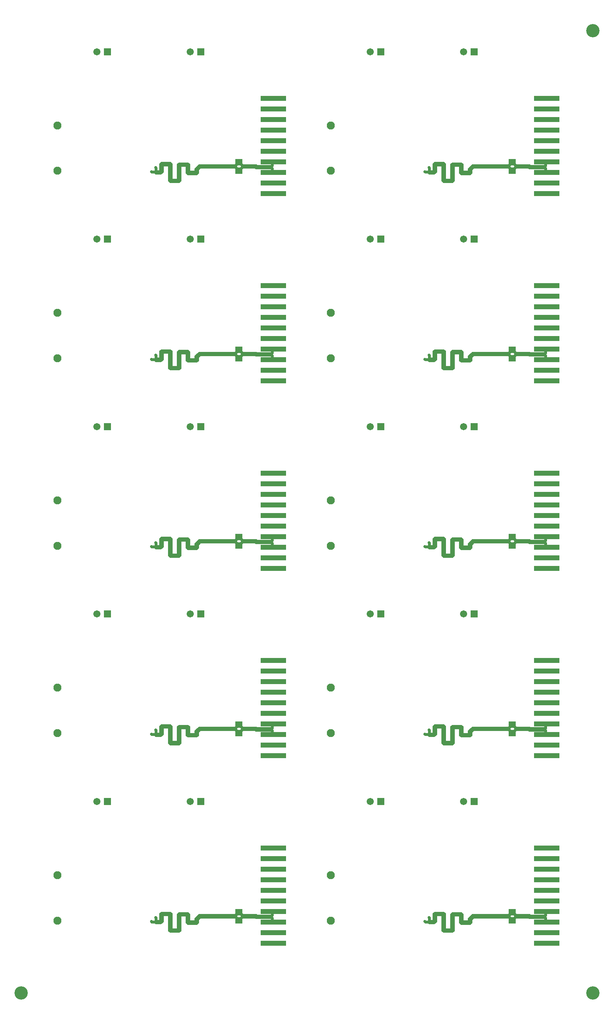
<source format=gbr>
%TF.GenerationSoftware,Altium Limited,Altium Designer,23.9.2 (47)*%
G04 Layer_Color=16711935*
%FSLAX45Y45*%
%MOMM*%
%TF.SameCoordinates,AD479AB8-1AF9-481E-9C01-A3E3F564F201*%
%TF.FilePolarity,Negative*%
%TF.FileFunction,Soldermask,Bot*%
%TF.Part,CustomerPanel*%
G01*
G75*
%TA.AperFunction,SMDPad,CuDef*%
%ADD34C,3.20320*%
%ADD35R,6.20320X1.20320*%
%ADD40R,1.70320X1.60320*%
%TA.AperFunction,Conductor*%
%ADD43C,0.64200*%
%TA.AperFunction,ComponentPad*%
%ADD45C,1.95320*%
%ADD46C,1.70320*%
%ADD47R,1.70320X1.70320*%
D34*
X20948286Y30797501D02*
D03*
Y7696200D02*
D03*
X7213600D02*
D03*
D35*
X13271500Y10160000D02*
D03*
Y9906000D02*
D03*
Y9652000D02*
D03*
Y9398000D02*
D03*
Y9144000D02*
D03*
Y8890000D02*
D03*
Y11176000D02*
D03*
Y10922000D02*
D03*
Y10668000D02*
D03*
Y10414000D02*
D03*
X19842101Y10160000D02*
D03*
Y9906000D02*
D03*
Y9652000D02*
D03*
Y9398000D02*
D03*
Y9144000D02*
D03*
Y8890000D02*
D03*
Y11176000D02*
D03*
Y10922000D02*
D03*
Y10668000D02*
D03*
Y10414000D02*
D03*
X13271500Y14660500D02*
D03*
Y14406500D02*
D03*
Y14152499D02*
D03*
Y13898500D02*
D03*
Y13644501D02*
D03*
Y13390500D02*
D03*
Y15676500D02*
D03*
Y15422501D02*
D03*
Y15168500D02*
D03*
Y14914500D02*
D03*
X19842101Y14660500D02*
D03*
Y14406500D02*
D03*
Y14152499D02*
D03*
Y13898500D02*
D03*
Y13644501D02*
D03*
Y13390500D02*
D03*
Y15676500D02*
D03*
Y15422501D02*
D03*
Y15168500D02*
D03*
Y14914500D02*
D03*
X13271500Y19161000D02*
D03*
Y18907001D02*
D03*
Y18653000D02*
D03*
Y18399001D02*
D03*
Y18145000D02*
D03*
Y17891000D02*
D03*
Y20177000D02*
D03*
Y19923000D02*
D03*
Y19669000D02*
D03*
Y19414999D02*
D03*
X19842101Y19161000D02*
D03*
Y18907001D02*
D03*
Y18653000D02*
D03*
Y18399001D02*
D03*
Y18145000D02*
D03*
Y17891000D02*
D03*
Y20177000D02*
D03*
Y19923000D02*
D03*
Y19669000D02*
D03*
Y19414999D02*
D03*
X13271500Y23661501D02*
D03*
Y23407500D02*
D03*
Y23153500D02*
D03*
Y22899500D02*
D03*
Y22645500D02*
D03*
Y22391499D02*
D03*
Y24677499D02*
D03*
Y24423500D02*
D03*
Y24169501D02*
D03*
Y23915500D02*
D03*
X19842101Y23661501D02*
D03*
Y23407500D02*
D03*
Y23153500D02*
D03*
Y22899500D02*
D03*
Y22645500D02*
D03*
Y22391499D02*
D03*
Y24677499D02*
D03*
Y24423500D02*
D03*
Y24169501D02*
D03*
Y23915500D02*
D03*
X13271500Y28162000D02*
D03*
Y27907999D02*
D03*
Y27654001D02*
D03*
Y27400000D02*
D03*
Y27145999D02*
D03*
Y26892001D02*
D03*
Y29178000D02*
D03*
Y28923999D02*
D03*
Y28670001D02*
D03*
Y28416000D02*
D03*
X19842101Y28162000D02*
D03*
Y27907999D02*
D03*
Y27654001D02*
D03*
Y27400000D02*
D03*
Y27145999D02*
D03*
Y26892001D02*
D03*
Y29178000D02*
D03*
Y28923999D02*
D03*
Y28670001D02*
D03*
Y28416000D02*
D03*
D40*
X12446000Y9637700D02*
D03*
Y9437700D02*
D03*
X19016600Y9637700D02*
D03*
Y9437700D02*
D03*
X12446000Y14138200D02*
D03*
Y13938200D02*
D03*
X19016600Y14138200D02*
D03*
Y13938200D02*
D03*
X12446000Y18638699D02*
D03*
Y18438699D02*
D03*
X19016600Y18638699D02*
D03*
Y18438699D02*
D03*
X12446000Y23139200D02*
D03*
Y22939200D02*
D03*
X19016600Y23139200D02*
D03*
Y22939200D02*
D03*
X12446000Y27639700D02*
D03*
Y27439700D02*
D03*
X19016600Y27639700D02*
D03*
Y27439700D02*
D03*
D43*
X11510065Y9519250D02*
X11569700D01*
X11449886Y9459072D02*
X11510065Y9519250D01*
X11449886Y9387086D02*
Y9459072D01*
X11428271Y9365470D02*
X11449886Y9387086D01*
X11222701Y9365470D02*
X11428271D01*
X11201086Y9387086D02*
X11222701Y9365470D01*
X11201086Y9387086D02*
Y9562425D01*
X11026086D02*
X11201086D01*
X11026086Y9197896D02*
Y9562425D01*
X11004470Y9176280D02*
X11026086Y9197896D01*
X10798901Y9176280D02*
X11004470D01*
X10777285Y9197896D02*
X10798901Y9176280D01*
X10777285Y9197896D02*
Y9576281D01*
X10602285D02*
X10777285D01*
X10602285Y9412072D02*
Y9576281D01*
X10566493Y9376280D02*
X10602285Y9412072D01*
X10528300Y9376280D02*
X10566493D01*
X11494780Y9556150D02*
X11569700D01*
X11412986Y9474356D02*
X11494780Y9556150D01*
X11412986Y9402370D02*
Y9474356D01*
X11237986Y9402370D02*
X11412986D01*
X11237986D02*
Y9577710D01*
X11216370Y9599325D02*
X11237986Y9577710D01*
X11010801Y9599325D02*
X11216370D01*
X10989186Y9577710D02*
X11010801Y9599325D01*
X10989186Y9213180D02*
Y9577710D01*
X10814185Y9213180D02*
X10989186D01*
X10814185D02*
Y9591565D01*
X10792570Y9613181D02*
X10814185Y9591565D01*
X10587001Y9613181D02*
X10792570D01*
X10565385Y9591565D02*
X10587001Y9613181D01*
X10565385Y9427356D02*
Y9591565D01*
X10551209Y9413181D02*
X10565385Y9427356D01*
X10528300Y9413181D02*
X10551209D01*
X11569700Y9519250D02*
X12368924D01*
X10452160Y9376280D02*
X10528300D01*
X11569700Y9556150D02*
X12368924D01*
X10467444Y9413181D02*
X10528300D01*
X12383100Y9495600D02*
X12441000Y9437700D01*
X12383100Y9495600D02*
Y9505074D01*
X12368924Y9519250D02*
X12383100Y9505074D01*
X12441000Y9437700D02*
X12446000D01*
X10344709Y9411536D02*
X10354980Y9401264D01*
X10427176D01*
X10452160Y9376280D01*
X12441000Y9637700D02*
X12446000D01*
X12383100Y9579800D02*
X12441000Y9637700D01*
X12383100Y9570326D02*
Y9579800D01*
X12368924Y9556150D02*
X12383100Y9570326D01*
X10442997Y9509824D02*
X10453268Y9499552D01*
Y9427357D02*
Y9499552D01*
Y9427357D02*
X10467444Y9413181D01*
X12842867Y9519250D02*
X12855566Y9506550D01*
X12451000Y9437700D02*
X12508900Y9495600D01*
Y9505074D01*
X12523076Y9519250D02*
X12842867D01*
X13246100Y9626600D02*
X13271500Y9652000D01*
X12508900Y9505074D02*
X12523076Y9519250D01*
X12855566Y9506550D02*
X13231924D01*
X13246100Y9492374D01*
X12508900Y9570326D02*
Y9579800D01*
Y9570326D02*
X12523076Y9556150D01*
X12858150D02*
X12870850Y9543450D01*
X12523076Y9556150D02*
X12858150D01*
X13246100Y9423400D02*
X13271500Y9398000D01*
X13246100Y9557626D02*
Y9626600D01*
X12446000Y9637700D02*
X12451000D01*
X12508900Y9579800D01*
X12446000Y9437700D02*
X12451000D01*
X13231924Y9543450D02*
X13246100Y9557626D01*
X12870850Y9543450D02*
X13231924D01*
X13246100Y9423400D02*
Y9492374D01*
X18080666Y9519250D02*
X18140300D01*
X18020486Y9459072D02*
X18080666Y9519250D01*
X18020486Y9387086D02*
Y9459072D01*
X17998871Y9365470D02*
X18020486Y9387086D01*
X17793301Y9365470D02*
X17998871D01*
X17771686Y9387086D02*
X17793301Y9365470D01*
X17771686Y9387086D02*
Y9562425D01*
X17596686D02*
X17771686D01*
X17596686Y9197896D02*
Y9562425D01*
X17575070Y9176280D02*
X17596686Y9197896D01*
X17369501Y9176280D02*
X17575070D01*
X17347885Y9197896D02*
X17369501Y9176280D01*
X17347885Y9197896D02*
Y9576281D01*
X17172885D02*
X17347885D01*
X17172885Y9412072D02*
Y9576281D01*
X17137093Y9376280D02*
X17172885Y9412072D01*
X17098900Y9376280D02*
X17137093D01*
X18065379Y9556150D02*
X18140300D01*
X17983586Y9474356D02*
X18065379Y9556150D01*
X17983586Y9402370D02*
Y9474356D01*
X17808586Y9402370D02*
X17983586D01*
X17808586D02*
Y9577710D01*
X17786971Y9599325D02*
X17808586Y9577710D01*
X17581401Y9599325D02*
X17786971D01*
X17559785Y9577710D02*
X17581401Y9599325D01*
X17559785Y9213180D02*
Y9577710D01*
X17384785Y9213180D02*
X17559785D01*
X17384785D02*
Y9591565D01*
X17363170Y9613181D02*
X17384785Y9591565D01*
X17157600Y9613181D02*
X17363170D01*
X17135985Y9591565D02*
X17157600Y9613181D01*
X17135985Y9427356D02*
Y9591565D01*
X17121809Y9413181D02*
X17135985Y9427356D01*
X17098900Y9413181D02*
X17121809D01*
X18140300Y9519250D02*
X18939523D01*
X17022760Y9376280D02*
X17098900D01*
X18140300Y9556150D02*
X18939523D01*
X17038045Y9413181D02*
X17098900D01*
X18953700Y9495600D02*
X19011600Y9437700D01*
X18953700Y9495600D02*
Y9505074D01*
X18939523Y9519250D02*
X18953700Y9505074D01*
X19011600Y9437700D02*
X19016600D01*
X16915309Y9411536D02*
X16925580Y9401264D01*
X16997775D01*
X17022760Y9376280D01*
X19011600Y9637700D02*
X19016600D01*
X18953700Y9579800D02*
X19011600Y9637700D01*
X18953700Y9570326D02*
Y9579800D01*
X18939523Y9556150D02*
X18953700Y9570326D01*
X17013597Y9509824D02*
X17023868Y9499552D01*
Y9427357D02*
Y9499552D01*
Y9427357D02*
X17038045Y9413181D01*
X19413466Y9519250D02*
X19426166Y9506550D01*
X19021600Y9437700D02*
X19079500Y9495600D01*
Y9505074D01*
X19093677Y9519250D02*
X19413466D01*
X19816701Y9626600D02*
X19842101Y9652000D01*
X19079500Y9505074D02*
X19093677Y9519250D01*
X19426166Y9506550D02*
X19802524D01*
X19816701Y9492374D01*
X19079500Y9570326D02*
Y9579800D01*
Y9570326D02*
X19093677Y9556150D01*
X19428751D02*
X19441451Y9543450D01*
X19093677Y9556150D02*
X19428751D01*
X19816701Y9423400D02*
X19842101Y9398000D01*
X19816701Y9557626D02*
Y9626600D01*
X19016600Y9637700D02*
X19021600D01*
X19079500Y9579800D01*
X19016600Y9437700D02*
X19021600D01*
X19802524Y9543450D02*
X19816701Y9557626D01*
X19441451Y9543450D02*
X19802524D01*
X19816701Y9423400D02*
Y9492374D01*
X11510065Y14019749D02*
X11569700D01*
X11449886Y13959572D02*
X11510065Y14019749D01*
X11449886Y13887585D02*
Y13959572D01*
X11428271Y13865970D02*
X11449886Y13887585D01*
X11222701Y13865970D02*
X11428271D01*
X11201086Y13887585D02*
X11222701Y13865970D01*
X11201086Y13887585D02*
Y14062926D01*
X11026086D02*
X11201086D01*
X11026086Y13698396D02*
Y14062926D01*
X11004470Y13676781D02*
X11026086Y13698396D01*
X10798901Y13676781D02*
X11004470D01*
X10777285Y13698396D02*
X10798901Y13676781D01*
X10777285Y13698396D02*
Y14076781D01*
X10602285D02*
X10777285D01*
X10602285Y13912572D02*
Y14076781D01*
X10566493Y13876781D02*
X10602285Y13912572D01*
X10528300Y13876781D02*
X10566493D01*
X11494780Y14056650D02*
X11569700D01*
X11412986Y13974857D02*
X11494780Y14056650D01*
X11412986Y13902870D02*
Y13974857D01*
X11237986Y13902870D02*
X11412986D01*
X11237986D02*
Y14078210D01*
X11216370Y14099825D02*
X11237986Y14078210D01*
X11010801Y14099825D02*
X11216370D01*
X10989186Y14078210D02*
X11010801Y14099825D01*
X10989186Y13713680D02*
Y14078210D01*
X10814185Y13713680D02*
X10989186D01*
X10814185D02*
Y14092065D01*
X10792570Y14113681D02*
X10814185Y14092065D01*
X10587001Y14113681D02*
X10792570D01*
X10565385Y14092065D02*
X10587001Y14113681D01*
X10565385Y13927856D02*
Y14092065D01*
X10551209Y13913681D02*
X10565385Y13927856D01*
X10528300Y13913681D02*
X10551209D01*
X11569700Y14019749D02*
X12368924D01*
X10452160Y13876781D02*
X10528300D01*
X11569700Y14056650D02*
X12368924D01*
X10467444Y13913681D02*
X10528300D01*
X12383100Y13996100D02*
X12441000Y13938200D01*
X12383100Y13996100D02*
Y14005574D01*
X12368924Y14019749D02*
X12383100Y14005574D01*
X12441000Y13938200D02*
X12446000D01*
X10344709Y13912036D02*
X10354980Y13901764D01*
X10427176D01*
X10452160Y13876781D01*
X12441000Y14138200D02*
X12446000D01*
X12383100Y14080299D02*
X12441000Y14138200D01*
X12383100Y14070827D02*
Y14080299D01*
X12368924Y14056650D02*
X12383100Y14070827D01*
X10442997Y14010324D02*
X10453268Y14000052D01*
Y13927856D02*
Y14000052D01*
Y13927856D02*
X10467444Y13913681D01*
X12842867Y14019749D02*
X12855566Y14007050D01*
X12451000Y13938200D02*
X12508900Y13996100D01*
Y14005574D01*
X12523076Y14019749D02*
X12842867D01*
X13246100Y14127100D02*
X13271500Y14152499D01*
X12508900Y14005574D02*
X12523076Y14019749D01*
X12855566Y14007050D02*
X13231924D01*
X13246100Y13992874D01*
X12508900Y14070827D02*
Y14080299D01*
Y14070827D02*
X12523076Y14056650D01*
X12858150D02*
X12870850Y14043950D01*
X12523076Y14056650D02*
X12858150D01*
X13246100Y13923900D02*
X13271500Y13898500D01*
X13246100Y14058125D02*
Y14127100D01*
X12446000Y14138200D02*
X12451000D01*
X12508900Y14080299D01*
X12446000Y13938200D02*
X12451000D01*
X13231924Y14043950D02*
X13246100Y14058125D01*
X12870850Y14043950D02*
X13231924D01*
X13246100Y13923900D02*
Y13992874D01*
X18080666Y14019749D02*
X18140300D01*
X18020486Y13959572D02*
X18080666Y14019749D01*
X18020486Y13887585D02*
Y13959572D01*
X17998871Y13865970D02*
X18020486Y13887585D01*
X17793301Y13865970D02*
X17998871D01*
X17771686Y13887585D02*
X17793301Y13865970D01*
X17771686Y13887585D02*
Y14062926D01*
X17596686D02*
X17771686D01*
X17596686Y13698396D02*
Y14062926D01*
X17575070Y13676781D02*
X17596686Y13698396D01*
X17369501Y13676781D02*
X17575070D01*
X17347885Y13698396D02*
X17369501Y13676781D01*
X17347885Y13698396D02*
Y14076781D01*
X17172885D02*
X17347885D01*
X17172885Y13912572D02*
Y14076781D01*
X17137093Y13876781D02*
X17172885Y13912572D01*
X17098900Y13876781D02*
X17137093D01*
X18065379Y14056650D02*
X18140300D01*
X17983586Y13974857D02*
X18065379Y14056650D01*
X17983586Y13902870D02*
Y13974857D01*
X17808586Y13902870D02*
X17983586D01*
X17808586D02*
Y14078210D01*
X17786971Y14099825D02*
X17808586Y14078210D01*
X17581401Y14099825D02*
X17786971D01*
X17559785Y14078210D02*
X17581401Y14099825D01*
X17559785Y13713680D02*
Y14078210D01*
X17384785Y13713680D02*
X17559785D01*
X17384785D02*
Y14092065D01*
X17363170Y14113681D02*
X17384785Y14092065D01*
X17157600Y14113681D02*
X17363170D01*
X17135985Y14092065D02*
X17157600Y14113681D01*
X17135985Y13927856D02*
Y14092065D01*
X17121809Y13913681D02*
X17135985Y13927856D01*
X17098900Y13913681D02*
X17121809D01*
X18140300Y14019749D02*
X18939523D01*
X17022760Y13876781D02*
X17098900D01*
X18140300Y14056650D02*
X18939523D01*
X17038045Y13913681D02*
X17098900D01*
X18953700Y13996100D02*
X19011600Y13938200D01*
X18953700Y13996100D02*
Y14005574D01*
X18939523Y14019749D02*
X18953700Y14005574D01*
X19011600Y13938200D02*
X19016600D01*
X16915309Y13912036D02*
X16925580Y13901764D01*
X16997775D01*
X17022760Y13876781D01*
X19011600Y14138200D02*
X19016600D01*
X18953700Y14080299D02*
X19011600Y14138200D01*
X18953700Y14070827D02*
Y14080299D01*
X18939523Y14056650D02*
X18953700Y14070827D01*
X17013597Y14010324D02*
X17023868Y14000052D01*
Y13927856D02*
Y14000052D01*
Y13927856D02*
X17038045Y13913681D01*
X19413466Y14019749D02*
X19426166Y14007050D01*
X19021600Y13938200D02*
X19079500Y13996100D01*
Y14005574D01*
X19093677Y14019749D02*
X19413466D01*
X19816701Y14127100D02*
X19842101Y14152499D01*
X19079500Y14005574D02*
X19093677Y14019749D01*
X19426166Y14007050D02*
X19802524D01*
X19816701Y13992874D01*
X19079500Y14070827D02*
Y14080299D01*
Y14070827D02*
X19093677Y14056650D01*
X19428751D02*
X19441451Y14043950D01*
X19093677Y14056650D02*
X19428751D01*
X19816701Y13923900D02*
X19842101Y13898500D01*
X19816701Y14058125D02*
Y14127100D01*
X19016600Y14138200D02*
X19021600D01*
X19079500Y14080299D01*
X19016600Y13938200D02*
X19021600D01*
X19802524Y14043950D02*
X19816701Y14058125D01*
X19441451Y14043950D02*
X19802524D01*
X19816701Y13923900D02*
Y13992874D01*
X11510065Y18520250D02*
X11569700D01*
X11449886Y18460072D02*
X11510065Y18520250D01*
X11449886Y18388086D02*
Y18460072D01*
X11428271Y18366470D02*
X11449886Y18388086D01*
X11222701Y18366470D02*
X11428271D01*
X11201086Y18388086D02*
X11222701Y18366470D01*
X11201086Y18388086D02*
Y18563425D01*
X11026086D02*
X11201086D01*
X11026086Y18198895D02*
Y18563425D01*
X11004470Y18177280D02*
X11026086Y18198895D01*
X10798901Y18177280D02*
X11004470D01*
X10777285Y18198895D02*
X10798901Y18177280D01*
X10777285Y18198895D02*
Y18577281D01*
X10602285D02*
X10777285D01*
X10602285Y18413072D02*
Y18577281D01*
X10566493Y18377280D02*
X10602285Y18413072D01*
X10528300Y18377280D02*
X10566493D01*
X11494780Y18557150D02*
X11569700D01*
X11412986Y18475356D02*
X11494780Y18557150D01*
X11412986Y18403371D02*
Y18475356D01*
X11237986Y18403371D02*
X11412986D01*
X11237986D02*
Y18578709D01*
X11216370Y18600325D02*
X11237986Y18578709D01*
X11010801Y18600325D02*
X11216370D01*
X10989186Y18578709D02*
X11010801Y18600325D01*
X10989186Y18214180D02*
Y18578709D01*
X10814185Y18214180D02*
X10989186D01*
X10814185D02*
Y18592564D01*
X10792570Y18614182D02*
X10814185Y18592564D01*
X10587001Y18614182D02*
X10792570D01*
X10565385Y18592564D02*
X10587001Y18614182D01*
X10565385Y18428355D02*
Y18592564D01*
X10551209Y18414182D02*
X10565385Y18428355D01*
X10528300Y18414182D02*
X10551209D01*
X11569700Y18520250D02*
X12368924D01*
X10452160Y18377280D02*
X10528300D01*
X11569700Y18557150D02*
X12368924D01*
X10467444Y18414182D02*
X10528300D01*
X12383100Y18496600D02*
X12441000Y18438699D01*
X12383100Y18496600D02*
Y18506075D01*
X12368924Y18520250D02*
X12383100Y18506075D01*
X12441000Y18438699D02*
X12446000D01*
X10344709Y18412537D02*
X10354980Y18402264D01*
X10427176D01*
X10452160Y18377280D01*
X12441000Y18638699D02*
X12446000D01*
X12383100Y18580800D02*
X12441000Y18638699D01*
X12383100Y18571326D02*
Y18580800D01*
X12368924Y18557150D02*
X12383100Y18571326D01*
X10442997Y18510825D02*
X10453268Y18500552D01*
Y18428357D02*
Y18500552D01*
Y18428357D02*
X10467444Y18414182D01*
X12842867Y18520250D02*
X12855566Y18507550D01*
X12451000Y18438699D02*
X12508900Y18496600D01*
Y18506075D01*
X12523076Y18520250D02*
X12842867D01*
X13246100Y18627600D02*
X13271500Y18653000D01*
X12508900Y18506075D02*
X12523076Y18520250D01*
X12855566Y18507550D02*
X13231924D01*
X13246100Y18493375D01*
X12508900Y18571326D02*
Y18580800D01*
Y18571326D02*
X12523076Y18557150D01*
X12858150D02*
X12870850Y18544450D01*
X12523076Y18557150D02*
X12858150D01*
X13246100Y18424400D02*
X13271500Y18399001D01*
X13246100Y18558626D02*
Y18627600D01*
X12446000Y18638699D02*
X12451000D01*
X12508900Y18580800D01*
X12446000Y18438699D02*
X12451000D01*
X13231924Y18544450D02*
X13246100Y18558626D01*
X12870850Y18544450D02*
X13231924D01*
X13246100Y18424400D02*
Y18493375D01*
X18080666Y18520250D02*
X18140300D01*
X18020486Y18460072D02*
X18080666Y18520250D01*
X18020486Y18388086D02*
Y18460072D01*
X17998871Y18366470D02*
X18020486Y18388086D01*
X17793301Y18366470D02*
X17998871D01*
X17771686Y18388086D02*
X17793301Y18366470D01*
X17771686Y18388086D02*
Y18563425D01*
X17596686D02*
X17771686D01*
X17596686Y18198895D02*
Y18563425D01*
X17575070Y18177280D02*
X17596686Y18198895D01*
X17369501Y18177280D02*
X17575070D01*
X17347885Y18198895D02*
X17369501Y18177280D01*
X17347885Y18198895D02*
Y18577281D01*
X17172885D02*
X17347885D01*
X17172885Y18413072D02*
Y18577281D01*
X17137093Y18377280D02*
X17172885Y18413072D01*
X17098900Y18377280D02*
X17137093D01*
X18065379Y18557150D02*
X18140300D01*
X17983586Y18475356D02*
X18065379Y18557150D01*
X17983586Y18403371D02*
Y18475356D01*
X17808586Y18403371D02*
X17983586D01*
X17808586D02*
Y18578709D01*
X17786971Y18600325D02*
X17808586Y18578709D01*
X17581401Y18600325D02*
X17786971D01*
X17559785Y18578709D02*
X17581401Y18600325D01*
X17559785Y18214180D02*
Y18578709D01*
X17384785Y18214180D02*
X17559785D01*
X17384785D02*
Y18592564D01*
X17363170Y18614182D02*
X17384785Y18592564D01*
X17157600Y18614182D02*
X17363170D01*
X17135985Y18592564D02*
X17157600Y18614182D01*
X17135985Y18428355D02*
Y18592564D01*
X17121809Y18414182D02*
X17135985Y18428355D01*
X17098900Y18414182D02*
X17121809D01*
X18140300Y18520250D02*
X18939523D01*
X17022760Y18377280D02*
X17098900D01*
X18140300Y18557150D02*
X18939523D01*
X17038045Y18414182D02*
X17098900D01*
X18953700Y18496600D02*
X19011600Y18438699D01*
X18953700Y18496600D02*
Y18506075D01*
X18939523Y18520250D02*
X18953700Y18506075D01*
X19011600Y18438699D02*
X19016600D01*
X16915309Y18412537D02*
X16925580Y18402264D01*
X16997775D01*
X17022760Y18377280D01*
X19011600Y18638699D02*
X19016600D01*
X18953700Y18580800D02*
X19011600Y18638699D01*
X18953700Y18571326D02*
Y18580800D01*
X18939523Y18557150D02*
X18953700Y18571326D01*
X17013597Y18510825D02*
X17023868Y18500552D01*
Y18428357D02*
Y18500552D01*
Y18428357D02*
X17038045Y18414182D01*
X19413466Y18520250D02*
X19426166Y18507550D01*
X19021600Y18438699D02*
X19079500Y18496600D01*
Y18506075D01*
X19093677Y18520250D02*
X19413466D01*
X19816701Y18627600D02*
X19842101Y18653000D01*
X19079500Y18506075D02*
X19093677Y18520250D01*
X19426166Y18507550D02*
X19802524D01*
X19816701Y18493375D01*
X19079500Y18571326D02*
Y18580800D01*
Y18571326D02*
X19093677Y18557150D01*
X19428751D02*
X19441451Y18544450D01*
X19093677Y18557150D02*
X19428751D01*
X19816701Y18424400D02*
X19842101Y18399001D01*
X19816701Y18558626D02*
Y18627600D01*
X19016600Y18638699D02*
X19021600D01*
X19079500Y18580800D01*
X19016600Y18438699D02*
X19021600D01*
X19802524Y18544450D02*
X19816701Y18558626D01*
X19441451Y18544450D02*
X19802524D01*
X19816701Y18424400D02*
Y18493375D01*
X11510065Y23020750D02*
X11569700D01*
X11449886Y22960571D02*
X11510065Y23020750D01*
X11449886Y22888586D02*
Y22960571D01*
X11428271Y22866969D02*
X11449886Y22888586D01*
X11222701Y22866969D02*
X11428271D01*
X11201086Y22888586D02*
X11222701Y22866969D01*
X11201086Y22888586D02*
Y23063925D01*
X11026086D02*
X11201086D01*
X11026086Y22699396D02*
Y23063925D01*
X11004470Y22677780D02*
X11026086Y22699396D01*
X10798901Y22677780D02*
X11004470D01*
X10777285Y22699396D02*
X10798901Y22677780D01*
X10777285Y22699396D02*
Y23077782D01*
X10602285D02*
X10777285D01*
X10602285Y22913573D02*
Y23077782D01*
X10566493Y22877782D02*
X10602285Y22913573D01*
X10528300Y22877782D02*
X10566493D01*
X11494780Y23057651D02*
X11569700D01*
X11412986Y22975856D02*
X11494780Y23057651D01*
X11412986Y22903870D02*
Y22975856D01*
X11237986Y22903870D02*
X11412986D01*
X11237986D02*
Y23079210D01*
X11216370Y23100826D02*
X11237986Y23079210D01*
X11010801Y23100826D02*
X11216370D01*
X10989186Y23079210D02*
X11010801Y23100826D01*
X10989186Y22714680D02*
Y23079210D01*
X10814185Y22714680D02*
X10989186D01*
X10814185D02*
Y23093065D01*
X10792570Y23114680D02*
X10814185Y23093065D01*
X10587001Y23114680D02*
X10792570D01*
X10565385Y23093065D02*
X10587001Y23114680D01*
X10565385Y22928856D02*
Y23093065D01*
X10551209Y22914680D02*
X10565385Y22928856D01*
X10528300Y22914680D02*
X10551209D01*
X11569700Y23020750D02*
X12368924D01*
X10452160Y22877782D02*
X10528300D01*
X11569700Y23057651D02*
X12368924D01*
X10467444Y22914680D02*
X10528300D01*
X12383100Y22997099D02*
X12441000Y22939200D01*
X12383100Y22997099D02*
Y23006573D01*
X12368924Y23020750D02*
X12383100Y23006573D01*
X12441000Y22939200D02*
X12446000D01*
X10344709Y22913036D02*
X10354980Y22902763D01*
X10427176D01*
X10452160Y22877782D01*
X12441000Y23139200D02*
X12446000D01*
X12383100Y23081300D02*
X12441000Y23139200D01*
X12383100Y23071826D02*
Y23081300D01*
X12368924Y23057651D02*
X12383100Y23071826D01*
X10442997Y23011324D02*
X10453268Y23001051D01*
Y22928857D02*
Y23001051D01*
Y22928857D02*
X10467444Y22914680D01*
X12842867Y23020750D02*
X12855566Y23008051D01*
X12451000Y22939200D02*
X12508900Y22997099D01*
Y23006573D01*
X12523076Y23020750D02*
X12842867D01*
X13246100Y23128101D02*
X13271500Y23153500D01*
X12508900Y23006573D02*
X12523076Y23020750D01*
X12855566Y23008051D02*
X13231924D01*
X13246100Y22993874D01*
X12508900Y23071826D02*
Y23081300D01*
Y23071826D02*
X12523076Y23057651D01*
X12858150D02*
X12870850Y23044949D01*
X12523076Y23057651D02*
X12858150D01*
X13246100Y22924899D02*
X13271500Y22899500D01*
X13246100Y23059126D02*
Y23128101D01*
X12446000Y23139200D02*
X12451000D01*
X12508900Y23081300D01*
X12446000Y22939200D02*
X12451000D01*
X13231924Y23044949D02*
X13246100Y23059126D01*
X12870850Y23044949D02*
X13231924D01*
X13246100Y22924899D02*
Y22993874D01*
X18080666Y23020750D02*
X18140300D01*
X18020486Y22960571D02*
X18080666Y23020750D01*
X18020486Y22888586D02*
Y22960571D01*
X17998871Y22866969D02*
X18020486Y22888586D01*
X17793301Y22866969D02*
X17998871D01*
X17771686Y22888586D02*
X17793301Y22866969D01*
X17771686Y22888586D02*
Y23063925D01*
X17596686D02*
X17771686D01*
X17596686Y22699396D02*
Y23063925D01*
X17575070Y22677780D02*
X17596686Y22699396D01*
X17369501Y22677780D02*
X17575070D01*
X17347885Y22699396D02*
X17369501Y22677780D01*
X17347885Y22699396D02*
Y23077782D01*
X17172885D02*
X17347885D01*
X17172885Y22913573D02*
Y23077782D01*
X17137093Y22877782D02*
X17172885Y22913573D01*
X17098900Y22877782D02*
X17137093D01*
X18065379Y23057651D02*
X18140300D01*
X17983586Y22975856D02*
X18065379Y23057651D01*
X17983586Y22903870D02*
Y22975856D01*
X17808586Y22903870D02*
X17983586D01*
X17808586D02*
Y23079210D01*
X17786971Y23100826D02*
X17808586Y23079210D01*
X17581401Y23100826D02*
X17786971D01*
X17559785Y23079210D02*
X17581401Y23100826D01*
X17559785Y22714680D02*
Y23079210D01*
X17384785Y22714680D02*
X17559785D01*
X17384785D02*
Y23093065D01*
X17363170Y23114680D02*
X17384785Y23093065D01*
X17157600Y23114680D02*
X17363170D01*
X17135985Y23093065D02*
X17157600Y23114680D01*
X17135985Y22928856D02*
Y23093065D01*
X17121809Y22914680D02*
X17135985Y22928856D01*
X17098900Y22914680D02*
X17121809D01*
X18140300Y23020750D02*
X18939523D01*
X17022760Y22877782D02*
X17098900D01*
X18140300Y23057651D02*
X18939523D01*
X17038045Y22914680D02*
X17098900D01*
X18953700Y22997099D02*
X19011600Y22939200D01*
X18953700Y22997099D02*
Y23006573D01*
X18939523Y23020750D02*
X18953700Y23006573D01*
X19011600Y22939200D02*
X19016600D01*
X16915309Y22913036D02*
X16925580Y22902763D01*
X16997775D01*
X17022760Y22877782D01*
X19011600Y23139200D02*
X19016600D01*
X18953700Y23081300D02*
X19011600Y23139200D01*
X18953700Y23071826D02*
Y23081300D01*
X18939523Y23057651D02*
X18953700Y23071826D01*
X17013597Y23011324D02*
X17023868Y23001051D01*
Y22928857D02*
Y23001051D01*
Y22928857D02*
X17038045Y22914680D01*
X19413466Y23020750D02*
X19426166Y23008051D01*
X19021600Y22939200D02*
X19079500Y22997099D01*
Y23006573D01*
X19093677Y23020750D02*
X19413466D01*
X19816701Y23128101D02*
X19842101Y23153500D01*
X19079500Y23006573D02*
X19093677Y23020750D01*
X19426166Y23008051D02*
X19802524D01*
X19816701Y22993874D01*
X19079500Y23071826D02*
Y23081300D01*
Y23071826D02*
X19093677Y23057651D01*
X19428751D02*
X19441451Y23044949D01*
X19093677Y23057651D02*
X19428751D01*
X19816701Y22924899D02*
X19842101Y22899500D01*
X19816701Y23059126D02*
Y23128101D01*
X19016600Y23139200D02*
X19021600D01*
X19079500Y23081300D01*
X19016600Y22939200D02*
X19021600D01*
X19802524Y23044949D02*
X19816701Y23059126D01*
X19441451Y23044949D02*
X19802524D01*
X19816701Y22924899D02*
Y22993874D01*
X11510065Y27521249D02*
X11569700D01*
X11449886Y27461072D02*
X11510065Y27521249D01*
X11449886Y27389087D02*
Y27461072D01*
X11428271Y27367471D02*
X11449886Y27389087D01*
X11222701Y27367471D02*
X11428271D01*
X11201086Y27389087D02*
X11222701Y27367471D01*
X11201086Y27389087D02*
Y27564426D01*
X11026086D02*
X11201086D01*
X11026086Y27199896D02*
Y27564426D01*
X11004470Y27178281D02*
X11026086Y27199896D01*
X10798901Y27178281D02*
X11004470D01*
X10777285Y27199896D02*
X10798901Y27178281D01*
X10777285Y27199896D02*
Y27578281D01*
X10602285D02*
X10777285D01*
X10602285Y27414072D02*
Y27578281D01*
X10566493Y27378281D02*
X10602285Y27414072D01*
X10528300Y27378281D02*
X10566493D01*
X11494780Y27558151D02*
X11569700D01*
X11412986Y27476355D02*
X11494780Y27558151D01*
X11412986Y27404370D02*
Y27476355D01*
X11237986Y27404370D02*
X11412986D01*
X11237986D02*
Y27579709D01*
X11216370Y27601324D02*
X11237986Y27579709D01*
X11010801Y27601324D02*
X11216370D01*
X10989186Y27579709D02*
X11010801Y27601324D01*
X10989186Y27215182D02*
Y27579709D01*
X10814185Y27215182D02*
X10989186D01*
X10814185D02*
Y27593564D01*
X10792570Y27615182D02*
X10814185Y27593564D01*
X10587001Y27615182D02*
X10792570D01*
X10565385Y27593564D02*
X10587001Y27615182D01*
X10565385Y27429355D02*
Y27593564D01*
X10551209Y27415182D02*
X10565385Y27429355D01*
X10528300Y27415182D02*
X10551209D01*
X11569700Y27521249D02*
X12368924D01*
X10452160Y27378281D02*
X10528300D01*
X11569700Y27558151D02*
X12368924D01*
X10467444Y27415182D02*
X10528300D01*
X12383100Y27497601D02*
X12441000Y27439700D01*
X12383100Y27497601D02*
Y27507074D01*
X12368924Y27521249D02*
X12383100Y27507074D01*
X12441000Y27439700D02*
X12446000D01*
X10344709Y27413535D02*
X10354980Y27403265D01*
X10427176D01*
X10452160Y27378281D01*
X12441000Y27639700D02*
X12446000D01*
X12383100Y27581799D02*
X12441000Y27639700D01*
X12383100Y27572327D02*
Y27581799D01*
X12368924Y27558151D02*
X12383100Y27572327D01*
X10442997Y27511823D02*
X10453268Y27501553D01*
Y27429358D02*
Y27501553D01*
Y27429358D02*
X10467444Y27415182D01*
X12842867Y27521249D02*
X12855566Y27508551D01*
X12451000Y27439700D02*
X12508900Y27497601D01*
Y27507074D01*
X12523076Y27521249D02*
X12842867D01*
X13246100Y27628601D02*
X13271500Y27654001D01*
X12508900Y27507074D02*
X12523076Y27521249D01*
X12855566Y27508551D02*
X13231924D01*
X13246100Y27494373D01*
X12508900Y27572327D02*
Y27581799D01*
Y27572327D02*
X12523076Y27558151D01*
X12858150D02*
X12870850Y27545450D01*
X12523076Y27558151D02*
X12858150D01*
X13246100Y27425400D02*
X13271500Y27400000D01*
X13246100Y27559625D02*
Y27628601D01*
X12446000Y27639700D02*
X12451000D01*
X12508900Y27581799D01*
X12446000Y27439700D02*
X12451000D01*
X13231924Y27545450D02*
X13246100Y27559625D01*
X12870850Y27545450D02*
X13231924D01*
X13246100Y27425400D02*
Y27494373D01*
X18080666Y27521249D02*
X18140300D01*
X18020486Y27461072D02*
X18080666Y27521249D01*
X18020486Y27389087D02*
Y27461072D01*
X17998871Y27367471D02*
X18020486Y27389087D01*
X17793301Y27367471D02*
X17998871D01*
X17771686Y27389087D02*
X17793301Y27367471D01*
X17771686Y27389087D02*
Y27564426D01*
X17596686D02*
X17771686D01*
X17596686Y27199896D02*
Y27564426D01*
X17575070Y27178281D02*
X17596686Y27199896D01*
X17369501Y27178281D02*
X17575070D01*
X17347885Y27199896D02*
X17369501Y27178281D01*
X17347885Y27199896D02*
Y27578281D01*
X17172885D02*
X17347885D01*
X17172885Y27414072D02*
Y27578281D01*
X17137093Y27378281D02*
X17172885Y27414072D01*
X17098900Y27378281D02*
X17137093D01*
X18065379Y27558151D02*
X18140300D01*
X17983586Y27476355D02*
X18065379Y27558151D01*
X17983586Y27404370D02*
Y27476355D01*
X17808586Y27404370D02*
X17983586D01*
X17808586D02*
Y27579709D01*
X17786971Y27601324D02*
X17808586Y27579709D01*
X17581401Y27601324D02*
X17786971D01*
X17559785Y27579709D02*
X17581401Y27601324D01*
X17559785Y27215182D02*
Y27579709D01*
X17384785Y27215182D02*
X17559785D01*
X17384785D02*
Y27593564D01*
X17363170Y27615182D02*
X17384785Y27593564D01*
X17157600Y27615182D02*
X17363170D01*
X17135985Y27593564D02*
X17157600Y27615182D01*
X17135985Y27429355D02*
Y27593564D01*
X17121809Y27415182D02*
X17135985Y27429355D01*
X17098900Y27415182D02*
X17121809D01*
X18140300Y27521249D02*
X18939523D01*
X17022760Y27378281D02*
X17098900D01*
X18140300Y27558151D02*
X18939523D01*
X17038045Y27415182D02*
X17098900D01*
X18953700Y27497601D02*
X19011600Y27439700D01*
X18953700Y27497601D02*
Y27507074D01*
X18939523Y27521249D02*
X18953700Y27507074D01*
X19011600Y27439700D02*
X19016600D01*
X16915309Y27413535D02*
X16925580Y27403265D01*
X16997775D01*
X17022760Y27378281D01*
X19011600Y27639700D02*
X19016600D01*
X18953700Y27581799D02*
X19011600Y27639700D01*
X18953700Y27572327D02*
Y27581799D01*
X18939523Y27558151D02*
X18953700Y27572327D01*
X17013597Y27511823D02*
X17023868Y27501553D01*
Y27429358D02*
Y27501553D01*
Y27429358D02*
X17038045Y27415182D01*
X19413466Y27521249D02*
X19426166Y27508551D01*
X19021600Y27439700D02*
X19079500Y27497601D01*
Y27507074D01*
X19093677Y27521249D02*
X19413466D01*
X19816701Y27628601D02*
X19842101Y27654001D01*
X19079500Y27507074D02*
X19093677Y27521249D01*
X19426166Y27508551D02*
X19802524D01*
X19816701Y27494373D01*
X19079500Y27572327D02*
Y27581799D01*
Y27572327D02*
X19093677Y27558151D01*
X19428751D02*
X19441451Y27545450D01*
X19093677Y27558151D02*
X19428751D01*
X19816701Y27425400D02*
X19842101Y27400000D01*
X19816701Y27559625D02*
Y27628601D01*
X19016600Y27639700D02*
X19021600D01*
X19079500Y27581799D01*
X19016600Y27439700D02*
X19021600D01*
X19802524Y27545450D02*
X19816701Y27559625D01*
X19441451Y27545450D02*
X19802524D01*
X19816701Y27425400D02*
Y27494373D01*
D45*
X8080400Y9434145D02*
D03*
Y10523846D02*
D03*
X14650999Y9434145D02*
D03*
Y10523846D02*
D03*
X8080400Y13934645D02*
D03*
Y15024345D02*
D03*
X14650999Y13934645D02*
D03*
Y15024345D02*
D03*
X8080400Y18435146D02*
D03*
Y19524846D02*
D03*
X14650999Y18435146D02*
D03*
Y19524846D02*
D03*
X8080400Y22935646D02*
D03*
Y24025346D02*
D03*
X14650999Y22935646D02*
D03*
Y24025346D02*
D03*
X8080400Y27436145D02*
D03*
Y28525845D02*
D03*
X14650999Y27436145D02*
D03*
Y28525845D02*
D03*
D46*
X11277600Y12293600D02*
D03*
X9028100D02*
D03*
X17848199D02*
D03*
X15598700D02*
D03*
X11277600Y16794099D02*
D03*
X9028100D02*
D03*
X17848199D02*
D03*
X15598700D02*
D03*
X11277600Y21294600D02*
D03*
X9028100D02*
D03*
X17848199D02*
D03*
X15598700D02*
D03*
X11277600Y25795099D02*
D03*
X9028100D02*
D03*
X17848199D02*
D03*
X15598700D02*
D03*
X11277600Y30295599D02*
D03*
X9028100D02*
D03*
X17848199D02*
D03*
X15598700D02*
D03*
D47*
X11531600Y12293600D02*
D03*
X9282100D02*
D03*
X18102200D02*
D03*
X15852699D02*
D03*
X11531600Y16794099D02*
D03*
X9282100D02*
D03*
X18102200D02*
D03*
X15852699D02*
D03*
X11531600Y21294600D02*
D03*
X9282100D02*
D03*
X18102200D02*
D03*
X15852699D02*
D03*
X11531600Y25795099D02*
D03*
X9282100D02*
D03*
X18102200D02*
D03*
X15852699D02*
D03*
X11531600Y30295599D02*
D03*
X9282100D02*
D03*
X18102200D02*
D03*
X15852699D02*
D03*
%TF.MD5,5dc3e0f0d1394b7c97bca659da9900b3*%
M02*

</source>
